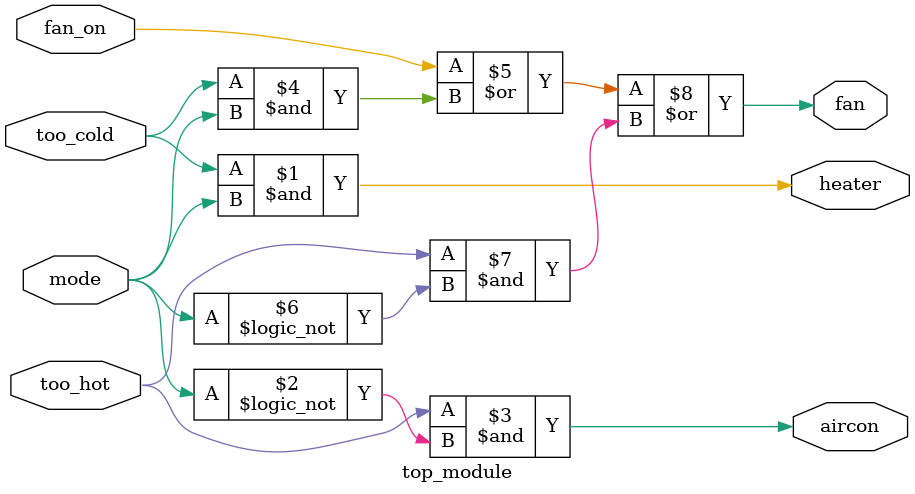
<source format=v>
module top_module (
    input too_cold, too_hot, mode, fan_on,
    output heater, aircon, fan);

    assign heater = too_cold & mode;
    assign aircon = too_hot & !mode;
    assign fan = fan_on | (too_cold & mode) | (too_hot & !mode);
endmodule
</source>
